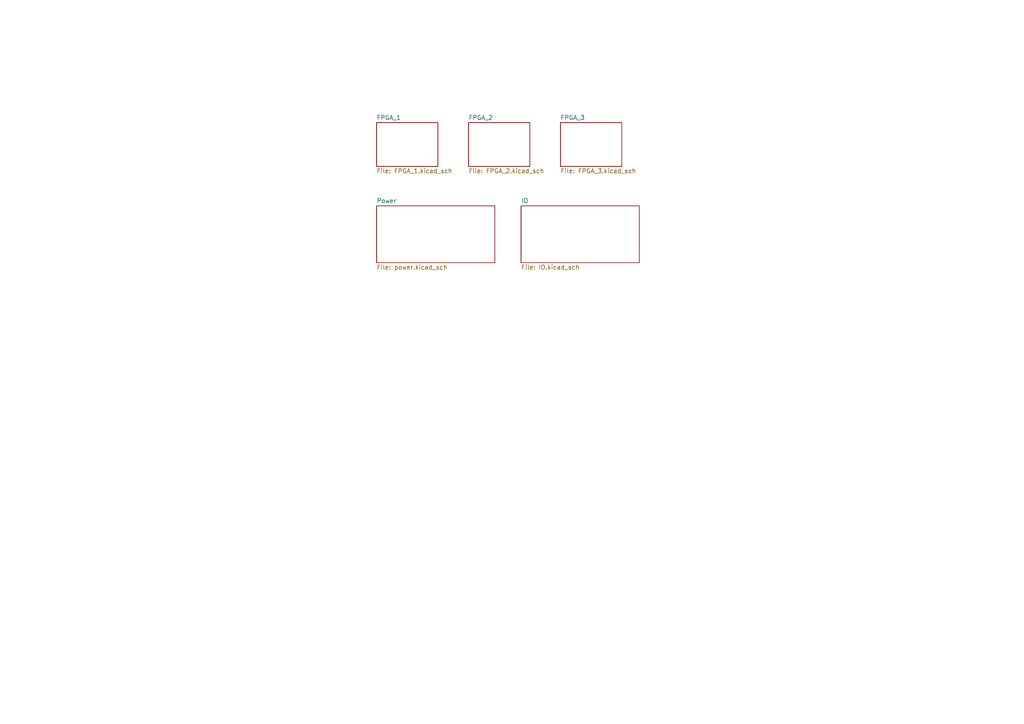
<source format=kicad_sch>
(kicad_sch
	(version 20231120)
	(generator "eeschema")
	(generator_version "8.0")
	(uuid "7dca55fc-548f-4319-89ea-8fc153556669")
	(paper "A4")
	(title_block
		(title "HydraSucréLA")
	)
	(lib_symbols)
	(sheet
		(at 109.22 59.69)
		(size 34.29 16.51)
		(fields_autoplaced yes)
		(stroke
			(width 0.1524)
			(type solid)
		)
		(fill
			(color 0 0 0 0.0000)
		)
		(uuid "35f69618-c33d-4c2a-84d3-2df7e5c852ee")
		(property "Sheetname" "Power"
			(at 109.22 58.9784 0)
			(effects
				(font
					(size 1.27 1.27)
				)
				(justify left bottom)
			)
		)
		(property "Sheetfile" "power.kicad_sch"
			(at 109.22 76.7846 0)
			(effects
				(font
					(size 1.27 1.27)
				)
				(justify left top)
			)
		)
		(instances
			(project "hydrasucrela"
				(path "/7dca55fc-548f-4319-89ea-8fc153556669"
					(page "5")
				)
			)
		)
	)
	(sheet
		(at 135.89 35.56)
		(size 17.78 12.7)
		(fields_autoplaced yes)
		(stroke
			(width 0.1524)
			(type solid)
		)
		(fill
			(color 0 0 0 0.0000)
		)
		(uuid "3efad1f9-d91e-43ba-9140-18fbabffb89b")
		(property "Sheetname" "FPGA_2"
			(at 135.89 34.8484 0)
			(effects
				(font
					(size 1.27 1.27)
				)
				(justify left bottom)
			)
		)
		(property "Sheetfile" "FPGA_2.kicad_sch"
			(at 135.89 48.8446 0)
			(effects
				(font
					(size 1.27 1.27)
				)
				(justify left top)
			)
		)
		(instances
			(project "hydrasucrela"
				(path "/7dca55fc-548f-4319-89ea-8fc153556669"
					(page "3")
				)
			)
		)
	)
	(sheet
		(at 162.56 35.56)
		(size 17.78 12.7)
		(fields_autoplaced yes)
		(stroke
			(width 0.1524)
			(type solid)
		)
		(fill
			(color 0 0 0 0.0000)
		)
		(uuid "76f71ab5-50fa-4de0-b0e9-cddae93b7c4d")
		(property "Sheetname" "FPGA_3"
			(at 162.56 34.8484 0)
			(effects
				(font
					(size 1.27 1.27)
				)
				(justify left bottom)
			)
		)
		(property "Sheetfile" "FPGA_3.kicad_sch"
			(at 162.56 48.8446 0)
			(effects
				(font
					(size 1.27 1.27)
				)
				(justify left top)
			)
		)
		(instances
			(project "hydrasucrela"
				(path "/7dca55fc-548f-4319-89ea-8fc153556669"
					(page "4")
				)
			)
		)
	)
	(sheet
		(at 109.22 35.56)
		(size 17.78 12.7)
		(fields_autoplaced yes)
		(stroke
			(width 0.1524)
			(type solid)
		)
		(fill
			(color 0 0 0 0.0000)
		)
		(uuid "8d633133-e01e-44bf-a172-d61682af3a02")
		(property "Sheetname" "FPGA_1"
			(at 109.22 34.8484 0)
			(effects
				(font
					(size 1.27 1.27)
				)
				(justify left bottom)
			)
		)
		(property "Sheetfile" "FPGA_1.kicad_sch"
			(at 109.22 48.8446 0)
			(effects
				(font
					(size 1.27 1.27)
				)
				(justify left top)
			)
		)
		(instances
			(project "hydrasucrela"
				(path "/7dca55fc-548f-4319-89ea-8fc153556669"
					(page "2")
				)
			)
		)
	)
	(sheet
		(at 151.13 59.69)
		(size 34.29 16.51)
		(fields_autoplaced yes)
		(stroke
			(width 0.1524)
			(type solid)
		)
		(fill
			(color 0 0 0 0.0000)
		)
		(uuid "dfe3b8f8-0591-4675-8a5e-9c3bb6092797")
		(property "Sheetname" "IO"
			(at 151.13 58.9784 0)
			(effects
				(font
					(size 1.27 1.27)
				)
				(justify left bottom)
			)
		)
		(property "Sheetfile" "IO.kicad_sch"
			(at 151.13 76.7846 0)
			(effects
				(font
					(size 1.27 1.27)
				)
				(justify left top)
			)
		)
		(instances
			(project "hydrasucrela"
				(path "/7dca55fc-548f-4319-89ea-8fc153556669"
					(page "6")
				)
			)
		)
	)
	(sheet_instances
		(path "/"
			(page "1")
		)
	)
)

</source>
